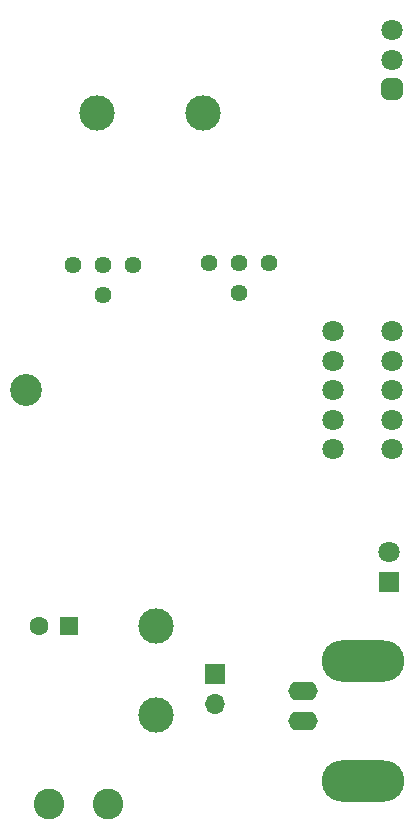
<source format=gbr>
%TF.GenerationSoftware,KiCad,Pcbnew,7.0.7*%
%TF.CreationDate,2024-05-16T13:05:52-10:00*%
%TF.ProjectId,pHSim2,70485369-6d32-42e6-9b69-6361645f7063,rev?*%
%TF.SameCoordinates,Original*%
%TF.FileFunction,Soldermask,Bot*%
%TF.FilePolarity,Negative*%
%FSLAX46Y46*%
G04 Gerber Fmt 4.6, Leading zero omitted, Abs format (unit mm)*
G04 Created by KiCad (PCBNEW 7.0.7) date 2024-05-16 13:05:52*
%MOMM*%
%LPD*%
G01*
G04 APERTURE LIST*
G04 Aperture macros list*
%AMRoundRect*
0 Rectangle with rounded corners*
0 $1 Rounding radius*
0 $2 $3 $4 $5 $6 $7 $8 $9 X,Y pos of 4 corners*
0 Add a 4 corners polygon primitive as box body*
4,1,4,$2,$3,$4,$5,$6,$7,$8,$9,$2,$3,0*
0 Add four circle primitives for the rounded corners*
1,1,$1+$1,$2,$3*
1,1,$1+$1,$4,$5*
1,1,$1+$1,$6,$7*
1,1,$1+$1,$8,$9*
0 Add four rect primitives between the rounded corners*
20,1,$1+$1,$2,$3,$4,$5,0*
20,1,$1+$1,$4,$5,$6,$7,0*
20,1,$1+$1,$6,$7,$8,$9,0*
20,1,$1+$1,$8,$9,$2,$3,0*%
G04 Aperture macros list end*
%ADD10C,1.440000*%
%ADD11R,1.700000X1.700000*%
%ADD12O,1.700000X1.700000*%
%ADD13R,1.800000X1.800000*%
%ADD14C,1.800000*%
%ADD15RoundRect,0.450000X-0.450000X-0.450000X0.450000X-0.450000X0.450000X0.450000X-0.450000X0.450000X0*%
%ADD16C,3.000000*%
%ADD17C,2.700000*%
%ADD18C,2.600000*%
%ADD19O,2.500000X1.600000*%
%ADD20O,7.000000X3.500000*%
%ADD21R,1.600000X1.600000*%
%ADD22C,1.600000*%
G04 APERTURE END LIST*
D10*
%TO.C,R9*%
X122050000Y-89250000D03*
X119470000Y-89250000D03*
X122010000Y-91790000D03*
X124550000Y-89250000D03*
%TD*%
%TO.C,R8*%
X110550000Y-89375000D03*
X107970000Y-89375000D03*
X110510000Y-91915000D03*
X113050000Y-89375000D03*
%TD*%
D11*
%TO.C,J4*%
X120000000Y-124000000D03*
D12*
X120000000Y-126540000D03*
%TD*%
D13*
%TO.C,D1*%
X134750000Y-116275000D03*
D14*
X134750000Y-113735000D03*
%TD*%
D15*
%TO.C,R14*%
X135000000Y-74500000D03*
D14*
X135000000Y-72000000D03*
X135000000Y-69500000D03*
%TD*%
D16*
%TO.C,TP2*%
X110000000Y-76500000D03*
%TD*%
D17*
%TO.C,H1*%
X104000000Y-100000000D03*
%TD*%
D18*
%TO.C,J2*%
X106000000Y-135000000D03*
%TD*%
%TO.C,J1*%
X111000000Y-135000000D03*
%TD*%
D16*
%TO.C,TP1*%
X115000000Y-120000000D03*
%TD*%
%TO.C,TP3*%
X119000000Y-76500000D03*
%TD*%
D19*
%TO.C,J3*%
X127450000Y-128000000D03*
D20*
X132530000Y-122920000D03*
D19*
X127450000Y-125460000D03*
D20*
X132530000Y-133080000D03*
%TD*%
D14*
%TO.C,SW2*%
X135000000Y-95000000D03*
X135000000Y-97500000D03*
X135000000Y-100000000D03*
X135000000Y-102500000D03*
X135000000Y-105000000D03*
X130000000Y-95000000D03*
X130000000Y-97500000D03*
X130000000Y-100000000D03*
X130000000Y-102500000D03*
X130000000Y-105000000D03*
%TD*%
D16*
%TO.C,TP0*%
X115000000Y-127500000D03*
%TD*%
D21*
%TO.C,C1*%
X107652651Y-120000000D03*
D22*
X105152651Y-120000000D03*
%TD*%
M02*

</source>
